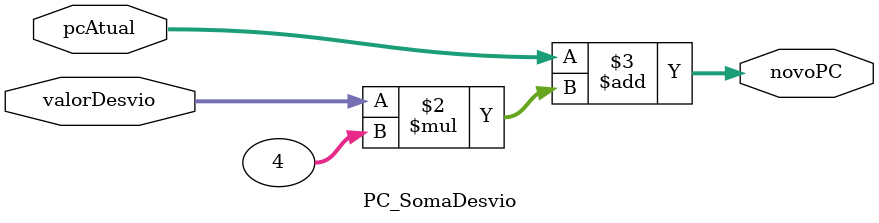
<source format=v>
module PC_SomaDesvio (
  input [31:0] pcAtual,     // Valor atual do contador de programa
  input [31:0] valorDesvio, // Valor de desvio
  output reg [31:0] novoPC  // Novo valor do contador de programa
);

  // Sempre que houver uma mudança no valor de pcAtual ou valorDesvio,
  // atualize o novoPC.
  always @(*) begin
    novoPC = pcAtual + (valorDesvio * 4);
  end

endmodule
</source>
